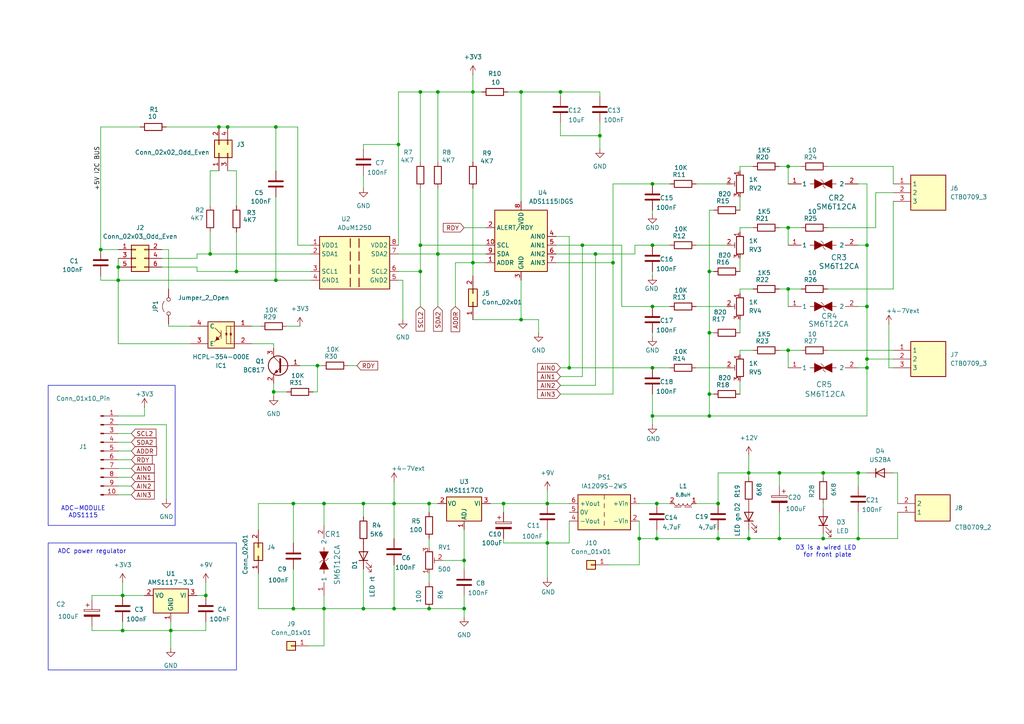
<source format=kicad_sch>
(kicad_sch (version 20250114) (generator "eeschema") (generator_version "9.0")
  (paper "A4")
  (title_block (title "4 Chan. ADC (1115) potential free /I2C") (date "2025-08-14") (rev "A1") (company "PIDI") (comment 1 "All iputs are adjustable with a range from 2 to 8 V") (comment 2 "With adjustable DC output for sensors (3 to 7 V ) 200mA.") (comment 3 "This module is a potential free ADC with over voltage protected inputs") (comment 4 "The ADC 1115 can be soldered as chip on board or as a 10 pin module"))
  (rectangle (start 13.97 111.76) (end 50.8 152.4))
  (rectangle (start 13.97 157.48) (end 68.58 194.31))
  (text "ADC-MODULE\nADS1115" (at 24.13 148.59 0) (effects (font (size 1.27 1.27))))
  (text "D3 is a wired LED \nfor front plate" (at 240.03 160.02 0) (effects (font (size 1.27 1.27))))
  (text "ADC power regulator" (at 26.67 160.02 0) (effects (font (size 1.27 1.27))))
  (junction (at 185.42 156.21))
  (junction (at 121.92 78.74))
  (junction (at 217.17 137.16))
  (junction (at 66.04 36.83))
  (junction (at 146.05 146.05))
  (junction (at 251.46 106.68))
  (junction (at 137.16 26.67))
  (junction (at 121.92 26.67))
  (junction (at 92.075 106.045))
  (junction (at 105.41 176.53))
  (junction (at 238.76 156.21))
  (junction (at 189.23 106.68))
  (junction (at 228.6 48.26))
  (junction (at 80.01 81.28))
  (junction (at 248.92 156.21))
  (junction (at 34.29 77.47))
  (junction (at 228.6 83.82))
  (junction (at 165.1 106.68))
  (junction (at 162.56 26.67))
  (junction (at 189.23 88.9))
  (junction (at 238.76 137.16))
  (junction (at 68.58 78.74))
  (junction (at 29.21 72.39))
  (junction (at 124.46 146.05))
  (junction (at 127 73.66))
  (junction (at 158.75 157.48))
  (junction (at 151.13 26.67))
  (junction (at 190.5 156.21))
  (junction (at 208.28 156.21))
  (junction (at 205.74 120.65))
  (junction (at 189.23 120.65))
  (junction (at 189.23 71.12))
  (junction (at 173.99 39.37))
  (junction (at 115.57 41.91))
  (junction (at 85.09 176.53))
  (junction (at 49.53 182.88))
  (junction (at 121.92 71.12))
  (junction (at 189.23 53.34))
  (junction (at 208.28 146.05))
  (junction (at 172.72 73.66))
  (junction (at 217.17 156.21))
  (junction (at 80.01 36.83))
  (junction (at 134.62 176.53))
  (junction (at 228.6 66.04))
  (junction (at 137.16 76.2))
  (junction (at 228.6 101.6))
  (junction (at 168.91 71.12))
  (junction (at 226.06 137.16))
  (junction (at 105.41 146.05))
  (junction (at 134.62 162.56))
  (junction (at 251.46 88.9))
  (junction (at 85.09 146.05))
  (junction (at 251.46 104.14))
  (junction (at 251.46 71.12))
  (junction (at 226.06 156.21))
  (junction (at 114.3 146.05))
  (junction (at 151.13 92.71))
  (junction (at 205.74 78.74))
  (junction (at 177.8 76.2))
  (junction (at 35.56 172.72))
  (junction (at 190.5 146.05))
  (junction (at 79.375 113.665))
  (junction (at 35.56 182.88))
  (junction (at 158.75 146.05))
  (junction (at 127 26.67))
  (junction (at 60.96 73.66))
  (junction (at 34.29 81.28))
  (junction (at 63.5 36.83))
  (junction (at 124.46 176.53))
  (junction (at 205.74 114.3))
  (junction (at 114.3 176.53))
  (junction (at 205.74 96.52))
  (junction (at 59.69 172.72))
  (junction (at 248.92 137.16))
  (junction (at 93.98 146.05))
  (junction (at 93.98 176.53))
  (wire (pts (xy 240.03 83.82) (xy 259.08 83.82)))
  (wire (pts (xy 79.375 113.665) (xy 83.185 113.665)))
  (wire (pts (xy 162.56 26.67) (xy 173.99 26.67)))
  (wire (pts (xy 124.46 146.05) (xy 127 146.05)))
  (wire (pts (xy 68.58 67.31) (xy 68.58 78.74)))
  (wire (pts (xy 176.53 163.83) (xy 185.42 163.83)))
  (wire (pts (xy 201.93 71.12) (xy 210.82 71.12)))
  (wire (pts (xy 189.23 88.9) (xy 194.31 88.9)))
  (wire (pts (xy 189.23 120.65) (xy 189.23 123.19)))
  (wire (pts (xy 49.53 182.88) (xy 35.56 182.88)))
  (wire (pts (xy 251.46 53.34) (xy 248.92 53.34)))
  (wire (pts (xy 105.41 43.18) (xy 105.41 41.91)))
  (wire (pts (xy 121.92 78.74) (xy 121.92 88.9)))
  (wire (pts (xy 60.96 73.66) (xy 90.17 73.66)))
  (wire (pts (xy 214.63 74.93) (xy 214.63 78.74)))
  (wire (pts (xy 214.63 83.82) (xy 214.63 85.09)))
  (wire (pts (xy 173.99 39.37) (xy 173.99 43.18)))
  (wire (pts (xy 201.93 106.68) (xy 210.82 106.68)))
  (wire (pts (xy 115.57 73.66) (xy 127 73.66)))
  (wire (pts (xy 151.13 26.67) (xy 162.56 26.67)))
  (wire (pts (xy 80.01 81.28) (xy 90.17 81.28)))
  (wire (pts (xy 251.46 88.9) (xy 251.46 104.14)))
  (wire (pts (xy 134.62 162.56) (xy 134.62 165.1)))
  (wire (pts (xy 185.42 163.83) (xy 185.42 156.21)))
  (wire (pts (xy 147.32 26.67) (xy 151.13 26.67)))
  (wire (pts (xy 59.69 168.91) (xy 59.69 172.72)))
  (wire (pts (xy 205.74 78.74) (xy 205.74 96.52)))
  (wire (pts (xy 158.75 157.48) (xy 158.75 167.64)))
  (wire (pts (xy 217.17 132.08) (xy 217.17 137.16)))
  (wire (pts (xy 79.375 111.125) (xy 79.375 113.665)))
  (wire (pts (xy 85.09 165.1) (xy 85.09 176.53)))
  (wire (pts (xy 121.92 26.67) (xy 127 26.67)))
  (wire (pts (xy 251.46 104.14) (xy 251.46 106.68)))
  (wire (pts (xy 185.42 151.13) (xy 185.42 156.21)))
  (wire (pts (xy 59.69 180.34) (xy 59.69 182.88)))
  (wire (pts (xy 210.82 88.9) (xy 201.93 88.9)))
  (wire (pts (xy 168.91 71.12) (xy 180.34 71.12)))
  (wire (pts (xy 127 26.67) (xy 127 46.99)))
  (wire (pts (xy 173.99 26.67) (xy 173.99 27.94)))
  (wire (pts (xy 57.15 78.74) (xy 57.15 77.47)))
  (wire (pts (xy 185.42 146.05) (xy 190.5 146.05)))
  (wire (pts (xy 228.6 88.9) (xy 228.6 83.82)))
  (wire (pts (xy 226.06 156.21) (xy 238.76 156.21)))
  (wire (pts (xy 127 54.61) (xy 127 73.66)))
  (wire (pts (xy 121.92 26.67) (xy 121.92 46.99)))
  (wire (pts (xy 57.15 73.66) (xy 60.96 73.66)))
  (wire (pts (xy 205.74 78.74) (xy 207.01 78.74)))
  (wire (pts (xy 205.74 114.3) (xy 207.01 114.3)))
  (wire (pts (xy 74.93 176.53) (xy 85.09 176.53)))
  (wire (pts (xy 214.63 48.26) (xy 214.63 49.53)))
  (wire (pts (xy 134.62 176.53) (xy 134.62 179.07)))
  (wire (pts (xy 124.46 156.21) (xy 124.46 158.75)))
  (wire (pts (xy 48.895 94.615) (xy 48.895 93.98)))
  (wire (pts (xy 161.29 68.58) (xy 165.1 68.58)))
  (wire (pts (xy 74.93 153.67) (xy 74.93 146.05)))
  (wire (pts (xy 190.5 156.21) (xy 190.5 153.67)))
  (wire (pts (xy 251.46 71.12) (xy 251.46 88.9)))
  (wire (pts (xy 201.93 53.34) (xy 210.82 53.34)))
  (wire (pts (xy 240.03 101.6) (xy 259.08 101.6)))
  (wire (pts (xy 137.16 54.61) (xy 137.16 76.2)))
  (wire (pts (xy 26.67 172.72) (xy 35.56 172.72)))
  (wire (pts (xy 228.6 83.82) (xy 232.41 83.82)))
  (wire (pts (xy 73.025 99.695) (xy 79.375 99.695)))
  (wire (pts (xy 214.63 66.04) (xy 214.63 67.31)))
  (wire (pts (xy 115.57 26.67) (xy 121.92 26.67)))
  (wire (pts (xy 90.805 113.665) (xy 92.075 113.665)))
  (wire (pts (xy 173.99 35.56) (xy 173.99 39.37)))
  (wire (pts (xy 34.29 81.28) (xy 80.01 81.28)))
  (wire (pts (xy 121.92 71.12) (xy 140.97 71.12)))
  (wire (pts (xy 92.075 106.045) (xy 92.075 113.665)))
  (wire (pts (xy 208.28 137.16) (xy 208.28 146.05)))
  (wire (pts (xy 251.46 106.68) (xy 248.92 106.68)))
  (wire (pts (xy 35.56 182.88) (xy 35.56 180.34)))
  (wire (pts (xy 29.21 80.01) (xy 29.21 81.28)))
  (wire (pts (xy 60.96 49.53) (xy 60.96 59.69)))
  (wire (pts (xy 105.41 146.05) (xy 105.41 149.86)))
  (wire (pts (xy 116.84 81.28) (xy 116.84 92.71)))
  (wire (pts (xy 217.17 137.16) (xy 226.06 137.16)))
  (wire (pts (xy 189.23 53.34) (xy 194.31 53.34)))
  (wire (pts (xy 142.24 146.05) (xy 146.05 146.05)))
  (wire (pts (xy 161.29 71.12) (xy 168.91 71.12)))
  (wire (pts (xy 240.03 66.04) (xy 254 66.04)))
  (wire (pts (xy 115.57 71.12) (xy 115.57 41.91)))
  (wire (pts (xy 124.46 166.37) (xy 124.46 168.91)))
  (wire (pts (xy 218.44 48.26) (xy 214.63 48.26)))
  (wire (pts (xy 73.025 94.615) (xy 75.565 94.615)))
  (wire (pts (xy 226.06 66.04) (xy 228.6 66.04)))
  (wire (pts (xy 146.05 146.05) (xy 158.75 146.05)))
  (wire (pts (xy 93.98 172.72) (xy 93.98 176.53)))
  (wire (pts (xy 218.44 66.04) (xy 214.63 66.04)))
  (wire (pts (xy 217.17 138.43) (xy 217.17 137.16)))
  (wire (pts (xy 238.76 156.21) (xy 248.92 156.21)))
  (wire (pts (xy 161.29 73.66) (xy 172.72 73.66)))
  (wire (pts (xy 114.3 176.53) (xy 124.46 176.53)))
  (wire (pts (xy 114.3 156.21) (xy 114.3 146.05)))
  (wire (pts (xy 34.29 143.51) (xy 38.1 143.51)))
  (wire (pts (xy 172.72 73.66) (xy 172.72 111.76)))
  (wire (pts (xy 217.17 137.16) (xy 208.28 137.16)))
  (wire (pts (xy 48.895 72.39) (xy 46.99 72.39)))
  (wire (pts (xy 34.29 99.695) (xy 34.29 81.28)))
  (wire (pts (xy 74.93 166.37) (xy 74.93 176.53)))
  (wire (pts (xy 63.5 36.83) (xy 66.04 36.83)))
  (wire (pts (xy 48.895 72.39) (xy 48.895 83.82)))
  (wire (pts (xy 214.63 110.49) (xy 214.63 114.3)))
  (wire (pts (xy 238.76 137.16) (xy 248.92 137.16)))
  (wire (pts (xy 214.63 92.71) (xy 214.63 96.52)))
  (wire (pts (xy 184.15 71.12) (xy 189.23 71.12)))
  (wire (pts (xy 165.1 68.58) (xy 165.1 106.68)))
  (wire (pts (xy 93.98 187.325) (xy 93.98 176.53)))
  (wire (pts (xy 26.67 182.88) (xy 35.56 182.88)))
  (wire (pts (xy 238.76 137.16) (xy 238.76 138.43)))
  (wire (pts (xy 66.04 49.53) (xy 68.58 49.53)))
  (wire (pts (xy 34.29 74.93) (xy 34.29 77.47)))
  (wire (pts (xy 189.23 71.12) (xy 194.31 71.12)))
  (wire (pts (xy 80.01 57.15) (xy 80.01 81.28)))
  (wire (pts (xy 226.06 48.26) (xy 228.6 48.26)))
  (wire (pts (xy 59.69 182.88) (xy 49.53 182.88)))
  (wire (pts (xy 208.28 153.67) (xy 208.28 156.21)))
  (wire (pts (xy 189.23 106.68) (xy 194.31 106.68)))
  (wire (pts (xy 137.16 76.2) (xy 140.97 76.2)))
  (wire (pts (xy 190.5 156.21) (xy 208.28 156.21)))
  (wire (pts (xy 208.28 146.05) (xy 201.93 146.05)))
  (wire (pts (xy 35.56 168.91) (xy 35.56 172.72)))
  (wire (pts (xy 218.44 83.82) (xy 214.63 83.82)))
  (wire (pts (xy 86.995 106.045) (xy 92.075 106.045)))
  (wire (pts (xy 57.15 73.66) (xy 57.15 74.93)))
  (wire (pts (xy 161.29 76.2) (xy 177.8 76.2)))
  (wire (pts (xy 226.06 101.6) (xy 228.6 101.6)))
  (wire (pts (xy 121.92 71.12) (xy 121.92 78.74)))
  (wire (pts (xy 205.74 120.65) (xy 205.74 114.3)))
  (wire (pts (xy 260.35 137.16) (xy 260.35 146.05)))
  (wire (pts (xy 35.56 172.72) (xy 41.91 172.72)))
  (wire (pts (xy 105.41 165.1) (xy 105.41 176.53)))
  (wire (pts (xy 68.58 78.74) (xy 90.17 78.74)))
  (wire (pts (xy 114.3 139.7) (xy 114.3 146.05)))
  (wire (pts (xy 66.04 36.83) (xy 80.01 36.83)))
  (wire (pts (xy 146.05 157.48) (xy 158.75 157.48)))
  (wire (pts (xy 226.06 137.16) (xy 226.06 140.97)))
  (wire (pts (xy 34.29 138.43) (xy 38.1 138.43)))
  (wire (pts (xy 146.05 146.05) (xy 146.05 148.59)))
  (wire (pts (xy 226.06 83.82) (xy 228.6 83.82)))
  (wire (pts (xy 34.29 135.89) (xy 38.1 135.89)))
  (wire (pts (xy 127 26.67) (xy 137.16 26.67)))
  (wire (pts (xy 34.29 120.65) (xy 41.91 120.65)))
  (wire (pts (xy 134.62 66.04) (xy 140.97 66.04)))
  (wire (pts (xy 134.62 153.67) (xy 134.62 162.56)))
  (wire (pts (xy 92.075 106.045) (xy 93.345 106.045)))
  (wire (pts (xy 226.06 137.16) (xy 238.76 137.16)))
  (wire (pts (xy 60.96 49.53) (xy 63.5 49.53)))
  (wire (pts (xy 189.23 120.65) (xy 205.74 120.65)))
  (wire (pts (xy 34.29 99.695) (xy 55.245 99.695)))
  (wire (pts (xy 60.96 67.31) (xy 60.96 73.66)))
  (wire (pts (xy 158.75 142.24) (xy 158.75 146.05)))
  (wire (pts (xy 228.6 66.04) (xy 228.6 71.12)))
  (wire (pts (xy 184.15 73.66) (xy 184.15 71.12)))
  (wire (pts (xy 124.46 146.05) (xy 124.46 148.59)))
  (wire (pts (xy 180.34 71.12) (xy 180.34 88.9)))
  (wire (pts (xy 162.56 106.68) (xy 165.1 106.68)))
  (wire (pts (xy 172.72 73.66) (xy 184.15 73.66)))
  (wire (pts (xy 86.36 71.12) (xy 90.17 71.12)))
  (wire (pts (xy 105.41 176.53) (xy 114.3 176.53)))
  (wire (pts (xy 251.46 104.14) (xy 259.08 104.14)))
  (wire (pts (xy 168.91 71.12) (xy 168.91 109.22)))
  (wire (pts (xy 34.29 77.47) (xy 34.29 81.28)))
  (wire (pts (xy 158.75 153.67) (xy 158.75 157.48)))
  (wire (pts (xy 177.8 76.2) (xy 177.8 114.3)))
  (wire (pts (xy 55.245 94.615) (xy 48.895 94.615)))
  (wire (pts (xy 226.06 148.59) (xy 226.06 156.21)))
  (wire (pts (xy 137.16 21.59) (xy 137.16 26.67)))
  (wire (pts (xy 34.29 125.73) (xy 38.1 125.73)))
  (wire (pts (xy 114.3 146.05) (xy 105.41 146.05)))
  (wire (pts (xy 146.05 156.21) (xy 146.05 157.48)))
  (wire (pts (xy 228.6 101.6) (xy 232.41 101.6)))
  (wire (pts (xy 114.3 146.05) (xy 124.46 146.05)))
  (wire (pts (xy 85.09 146.05) (xy 93.98 146.05)))
  (wire (pts (xy 248.92 137.16) (xy 251.46 137.16)))
  (wire (pts (xy 189.23 96.52) (xy 189.23 97.79)))
  (wire (pts (xy 251.46 120.65) (xy 251.46 106.68)))
  (wire (pts (xy 128.27 162.56) (xy 134.62 162.56)))
  (wire (pts (xy 248.92 156.21) (xy 260.35 156.21)))
  (wire (pts (xy 254 55.88) (xy 259.08 55.88)))
  (wire (pts (xy 57.15 78.74) (xy 68.58 78.74)))
  (wire (pts (xy 127 73.66) (xy 140.97 73.66)))
  (wire (pts (xy 217.17 156.21) (xy 217.17 153.67)))
  (wire (pts (xy 177.8 53.34) (xy 177.8 76.2)))
  (wire (pts (xy 41.91 118.11) (xy 41.91 120.65)))
  (wire (pts (xy 162.56 35.56) (xy 162.56 39.37)))
  (wire (pts (xy 218.44 101.6) (xy 214.63 101.6)))
  (wire (pts (xy 93.98 176.53) (xy 105.41 176.53)))
  (wire (pts (xy 48.26 36.83) (xy 63.5 36.83)))
  (wire (pts (xy 217.17 156.21) (xy 226.06 156.21)))
  (wire (pts (xy 180.34 88.9) (xy 189.23 88.9)))
  (wire (pts (xy 205.74 120.65) (xy 251.46 120.65)))
  (wire (pts (xy 259.08 48.26) (xy 259.08 53.34)))
  (wire (pts (xy 29.21 81.28) (xy 34.29 81.28)))
  (wire (pts (xy 259.08 106.68) (xy 257.81 106.68)))
  (wire (pts (xy 165.1 106.68) (xy 189.23 106.68)))
  (wire (pts (xy 185.42 156.21) (xy 190.5 156.21)))
  (wire (pts (xy 100.965 106.045) (xy 103.505 106.045)))
  (wire (pts (xy 34.29 130.81) (xy 38.1 130.81)))
  (wire (pts (xy 68.58 49.53) (xy 68.58 59.69)))
  (wire (pts (xy 238.76 146.05) (xy 238.76 147.32)))
  (wire (pts (xy 29.21 36.83) (xy 40.64 36.83)))
  (wire (pts (xy 248.92 71.12) (xy 251.46 71.12)))
  (wire (pts (xy 205.74 60.96) (xy 207.01 60.96)))
  (wire (pts (xy 214.63 57.15) (xy 214.63 60.96)))
  (wire (pts (xy 151.13 81.28) (xy 151.13 92.71)))
  (wire (pts (xy 80.01 49.53) (xy 80.01 36.83)))
  (wire (pts (xy 162.56 114.3) (xy 177.8 114.3)))
  (wire (pts (xy 205.74 60.96) (xy 205.74 78.74)))
  (wire (pts (xy 172.72 111.76) (xy 162.56 111.76)))
  (wire (pts (xy 85.09 176.53) (xy 93.98 176.53)))
  (wire (pts (xy 105.41 50.8) (xy 105.41 54.61)))
  (wire (pts (xy 228.6 48.26) (xy 232.41 48.26)))
  (wire (pts (xy 248.92 156.21) (xy 248.92 148.59)))
  (wire (pts (xy 74.93 146.05) (xy 85.09 146.05)))
  (wire (pts (xy 240.03 48.26) (xy 259.08 48.26)))
  (wire (pts (xy 158.75 146.05) (xy 165.1 146.05)))
  (wire (pts (xy 105.41 41.91) (xy 115.57 41.91)))
  (wire (pts (xy 156.21 96.52) (xy 156.21 92.71)))
  (wire (pts (xy 177.8 53.34) (xy 189.23 53.34)))
  (wire (pts (xy 162.56 26.67) (xy 162.56 27.94)))
  (wire (pts (xy 205.74 96.52) (xy 205.74 114.3)))
  (wire (pts (xy 57.15 172.72) (xy 59.69 172.72)))
  (wire (pts (xy 257.81 106.68) (xy 257.81 93.98)))
  (wire (pts (xy 124.46 176.53) (xy 134.62 176.53)))
  (wire (pts (xy 79.375 99.695) (xy 79.375 100.965)))
  (wire (pts (xy 189.23 60.96) (xy 189.23 62.23)))
  (wire (pts (xy 93.98 146.05) (xy 93.98 152.4)))
  (wire (pts (xy 86.36 36.83) (xy 86.36 71.12)))
  (wire (pts (xy 48.26 123.19) (xy 34.29 123.19)))
  (wire (pts (xy 228.6 66.04) (xy 232.41 66.04)))
  (wire (pts (xy 137.16 76.2) (xy 132.08 76.2)))
  (wire (pts (xy 228.6 101.6) (xy 228.6 106.68)))
  (wire (pts (xy 208.28 156.21) (xy 217.17 156.21)))
  (wire (pts (xy 189.23 78.74) (xy 189.23 80.01)))
  (wire (pts (xy 132.08 76.2) (xy 132.08 88.9)))
  (wire (pts (xy 57.15 74.93) (xy 46.99 74.93)))
  (wire (pts (xy 254 66.04) (xy 254 55.88)))
  (wire (pts (xy 85.09 146.05) (xy 85.09 157.48)))
  (wire (pts (xy 26.67 181.61) (xy 26.67 182.88)))
  (wire (pts (xy 190.5 146.05) (xy 194.31 146.05)))
  (wire (pts (xy 165.1 151.13) (xy 165.1 157.48)))
  (wire (pts (xy 83.185 94.615) (xy 86.995 94.615)))
  (wire (pts (xy 137.16 26.67) (xy 137.16 46.99)))
  (wire (pts (xy 115.57 41.91) (xy 115.57 26.67)))
  (wire (pts (xy 29.21 72.39) (xy 34.29 72.39)))
  (wire (pts (xy 116.84 81.28) (xy 115.57 81.28)))
  (wire (pts (xy 260.35 156.21) (xy 260.35 148.59)))
  (wire (pts (xy 34.29 133.35) (xy 38.1 133.35)))
  (wire (pts (xy 57.15 77.47) (xy 46.99 77.47)))
  (wire (pts (xy 34.29 140.97) (xy 38.1 140.97)))
  (wire (pts (xy 48.26 144.78) (xy 48.26 123.19)))
  (wire (pts (xy 115.57 78.74) (xy 121.92 78.74)))
  (wire (pts (xy 127 88.9) (xy 127 73.66)))
  (wire (pts (xy 29.21 72.39) (xy 29.21 36.83)))
  (wire (pts (xy 248.92 88.9) (xy 251.46 88.9)))
  (wire (pts (xy 205.74 96.52) (xy 207.01 96.52)))
  (wire (pts (xy 80.01 36.83) (xy 86.36 36.83)))
  (wire (pts (xy 79.375 113.665) (xy 79.375 114.935)))
  (wire (pts (xy 214.63 101.6) (xy 214.63 102.87)))
  (wire (pts (xy 105.41 146.05) (xy 93.98 146.05)))
  (wire (pts (xy 137.16 26.67) (xy 139.7 26.67)))
  (wire (pts (xy 228.6 48.26) (xy 228.6 53.34)))
  (wire (pts (xy 248.92 137.16) (xy 248.92 140.97)))
  (wire (pts (xy 162.56 109.22) (xy 168.91 109.22)))
  (wire (pts (xy 114.3 176.53) (xy 114.3 163.83)))
  (wire (pts (xy 151.13 92.71) (xy 156.21 92.71)))
  (wire (pts (xy 259.08 83.82) (xy 259.08 58.42)))
  (wire (pts (xy 162.56 39.37) (xy 173.99 39.37)))
  (wire (pts (xy 158.75 157.48) (xy 165.1 157.48)))
  (wire (pts (xy 134.62 172.72) (xy 134.62 176.53)))
  (wire (pts (xy 189.23 114.3) (xy 189.23 120.65)))
  (wire (pts (xy 49.53 182.88) (xy 49.53 187.96)))
  (wire (pts (xy 251.46 53.34) (xy 251.46 71.12)))
  (wire (pts (xy 137.16 76.2) (xy 137.16 80.01)))
  (wire (pts (xy 151.13 26.67) (xy 151.13 58.42)))
  (wire (pts (xy 34.29 128.27) (xy 38.1 128.27)))
  (wire (pts (xy 259.08 137.16) (xy 260.35 137.16)))
  (wire (pts (xy 49.53 180.34) (xy 49.53 182.88)))
  (wire (pts (xy 89.535 187.325) (xy 93.98 187.325)))
  (wire (pts (xy 26.67 173.99) (xy 26.67 172.72)))
  (wire (pts (xy 137.16 92.71) (xy 151.13 92.71)))
  (wire (pts (xy 121.92 54.61) (xy 121.92 71.12)))
  (wire (pts (xy 238.76 154.94) (xy 238.76 156.21)))
  (label "+5V I2C BUS" (at 29.21 55.245 90))
  (global_label "SCL2" (shape input) (at 38.1 125.73 0) (property "Intersheetrefs" "${INTERSHEET_REFS}" (effects (hide yes))))
  (global_label "RDY" (shape input) (at 103.505 106.045 0) (property "Intersheetrefs" "${INTERSHEET_REFS}" (effects (hide yes))))
  (global_label "AIN3" (shape input) (at 38.1 143.51 0) (property "Intersheetrefs" "${INTERSHEET_REFS}" (effects (hide yes))))
  (global_label "SDA2" (shape input) (at 38.1 128.27 0) (property "Intersheetrefs" "${INTERSHEET_REFS}" (effects (hide yes))))
  (global_label "AIN1" (shape input) (at 38.1 138.43 0) (property "Intersheetrefs" "${INTERSHEET_REFS}" (effects (hide yes))))
  (global_label "RDY" (shape input) (at 134.62 66.04 180) (property "Intersheetrefs" "${INTERSHEET_REFS}" (effects (hide yes))))
  (global_label "AIN0" (shape input) (at 38.1 135.89 0) (property "Intersheetrefs" "${INTERSHEET_REFS}" (effects (hide yes))))
  (global_label "AIN2" (shape input) (at 162.56 111.76 180) (property "Intersheetrefs" "${INTERSHEET_REFS}" (effects (hide yes))))
  (global_label "RDY" (shape input) (at 38.1 133.35 0) (property "Intersheetrefs" "${INTERSHEET_REFS}" (effects (hide yes))))
  (global_label "ADDR" (shape input) (at 38.1 130.81 0) (property "Intersheetrefs" "${INTERSHEET_REFS}" (effects (hide yes))))
  (global_label "AIN2" (shape input) (at 38.1 140.97 0) (property "Intersheetrefs" "${INTERSHEET_REFS}" (effects (hide yes))))
  (global_label "SDA2" (shape input) (at 127 88.9 270) (property "Intersheetrefs" "${INTERSHEET_REFS}" (effects (hide yes))))
  (global_label "AIN0" (shape input) (at 162.56 106.68 180) (property "Intersheetrefs" "${INTERSHEET_REFS}" (effects (hide yes))))
  (global_label "AIN1" (shape input) (at 162.56 109.22 180) (property "Intersheetrefs" "${INTERSHEET_REFS}" (effects (hide yes))))
  (global_label "SCL2" (shape input) (at 121.92 88.9 270) (property "Intersheetrefs" "${INTERSHEET_REFS}" (effects (hide yes))))
  (global_label "AIN3" (shape input) (at 162.56 114.3 180) (property "Intersheetrefs" "${INTERSHEET_REFS}" (effects (hide yes))))
  (global_label "ADDR" (shape input) (at 132.08 88.9 270) (property "Intersheetrefs" "${INTERSHEET_REFS}" (effects (hide yes))))
  (symbol (lib_id "My_Library:SM6T12CA") (at 238.76 53.34 0) (unit 1)
    (property "Reference" "CR2" (at 242.57 57.404 0) (effects (font (size 1.524 1.524))))
    (property "Value" "SM6T12CA" (at 242.57 59.944 0) (effects (font (size 1.524 1.524))))
    (property "Footprint" "MYlib_GLOBAL:SMB_STM" (effects (hide yes)))
    (property "Datasheet" "SM6T12CA" (effects (hide yes)))
    (property "Description" "TSV 600W  12V" (effects (hide yes)))
  )
  (symbol (lib_id "Regulator_Linear:AMS1117-3.3") (at 49.53 172.72 0) (mirror y) (unit 1)
    (property "Reference" "U1" (at 49.53 166.37 0))
    (property "Value" "AMS1117-3.3" (at 49.53 168.91 0))
    (property "Footprint" "Package_TO_SOT_SMD:SOT-223-3_TabPin2" (effects (hide yes)))
    (property "Datasheet" "http://www.advanced-monolithic.com/pdf/ds1117.pdf" (effects (hide yes)))
    (property "Description" "1A Low Dropout regulator, positive, 3.3V fixed output, SOT-223" (effects (hide yes)))
  )
  (symbol (lib_id "Device:C") (at 114.3 160.02 0) (mirror y) (unit 1)
    (property "Reference" "C6" (at 119.126 161.798 0) (effects (justify left)))
    (property "Value" "100nF" (at 120.65 164.592 0) (effects (justify left)))
    (property "Footprint" "Capacitor_SMD:C_0603_1608Metric" (effects (hide yes)))
    (property "Description" "Unpolarized capacitor" (effects (hide yes)))
  )
  (symbol (lib_id "power:GND") (at 49.53 187.96 0) (unit 1)
    (property "Reference" "#PWR04" (effects (hide yes)))
    (property "Value" "GND" (at 49.53 193.04 0))
    (property "Description" "Power symbol creates a global label with name \"GND\" , ground" (effects (hide yes)))
  )
  (symbol (lib_id "Device:R") (at 137.16 50.8 180) (unit 1)
    (property "Reference" "R9" (at 141.224 44.45 0))
    (property "Value" "4K7" (at 141.224 46.736 0))
    (property "Footprint" "Resistor_SMD:R_0603_1608Metric" (effects (hide yes)))
    (property "Description" "Resistor" (effects (hide yes)))
  )
  (symbol (lib_id "power:+9V") (at 158.75 142.24 0) (unit 1)
    (property "Reference" "#PWR012" (effects (hide yes)))
    (property "Value" "+9V" (at 158.75 137.16 0))
    (property "Description" "Power symbol creates a global label with name \"+9V\"" (effects (hide yes)))
  )
  (symbol (lib_id "Device:C") (at 29.21 76.2 0) (mirror y) (unit 1)
    (property "Reference" "C1" (at 22.86 75.692 0) (effects (justify left)))
    (property "Value" "100nF" (at 24.13 78.232 0) (effects (justify left)))
    (property "Footprint" "Capacitor_SMD:C_0603_1608Metric" (effects (hide yes)))
    (property "Description" "Unpolarized capacitor" (effects (hide yes)))
  )
  (symbol (lib_id "Device:R_Potentiometer_Trim") (at 214.63 71.12 0) (mirror y) (unit 1)
    (property "Reference" "RV3" (at 217.17 72.3901 0) (effects (justify right)))
    (property "Value" "1K" (at 217.17 69.8501 0) (effects (justify right)))
    (property "Footprint" "Potentiometer_THT:Potentiometer_Bourns_3296W_Vertical" (effects (hide yes)))
    (property "Description" "Trim-potentiometer" (effects (hide yes)))
  )
  (symbol (lib_id "Device:R") (at 143.51 26.67 270) (unit 1)
    (property "Reference" "R10" (at 143.51 21.336 90))
    (property "Value" "10" (at 143.764 23.876 90))
    (property "Footprint" "Resistor_SMD:R_0603_1608Metric" (effects (hide yes)))
    (property "Description" "Resistor" (effects (hide yes)))
  )
  (symbol (lib_id "Device:R_Potentiometer_Trim") (at 124.46 162.56 0) (mirror x) (unit 1)
    (property "Reference" "RV1" (at 130.81 158.75 0) (effects (justify right)))
    (property "Value" "500" (at 130.81 165.1 0) (effects (justify right)))
    (property "Footprint" "Potentiometer_SMD:Potentiometer_Bourns_3314G_Vertical" (effects (hide yes)))
    (property "Description" "Trim-potentiometer" (effects (hide yes)))
  )
  (symbol (lib_id "power:+5V") (at 257.81 93.98 0) (unit 1)
    (property "Reference" "#PWR021" (effects (hide yes)))
    (property "Value" "+4-7Vext" (at 261.874 90.17 0))
    (property "Description" "Power symbol creates a global label with name \"+5V\"" (effects (hide yes)))
  )
  (symbol (lib_id "Connector_Generic:Conn_01x01") (at 84.455 187.325 180) (unit 1)
    (property "Reference" "J9" (at 84.455 180.975 0))
    (property "Value" "Conn_01x01" (at 84.455 183.515 0))
    (property "Footprint" "Connector_PinHeader_2.54mm:PinHeader_1x01_P2.54mm_Vertical" (effects (hide yes)))
    (property "Description" "Generic connector, single row, 01x01, script generated (kicad-library-utils/schlib/autogen/connector/)" (effects (hide yes)))
  )
  (symbol (lib_id "Device:C") (at 158.75 149.86 0) (mirror y) (unit 1)
    (property "Reference" "C11" (at 156.718 152.4 0) (effects (justify left)))
    (property "Value" "100nF" (at 157.48 155.575 0) (effects (justify left)))
    (property "Footprint" "Capacitor_SMD:C_0603_1608Metric" (effects (hide yes)))
    (property "Description" "Unpolarized capacitor" (effects (hide yes)))
  )
  (symbol (lib_id "Device:R") (at 210.82 78.74 270) (unit 1)
    (property "Reference" "R16" (at 209.677 76.073 90))
    (property "Value" "820" (at 210.185 74.041 90))
    (property "Footprint" "Resistor_SMD:R_0603_1608Metric" (effects (hide yes)))
    (property "Description" "Resistor" (effects (hide yes)))
  )
  (symbol (lib_id "Device:C") (at 85.09 161.29 0) (mirror y) (unit 1)
    (property "Reference" "C9" (at 83.185 165.1 0) (effects (justify left)))
    (property "Value" "100nF" (at 83.82 168.275 0) (effects (justify left)))
    (property "Footprint" "Capacitor_SMD:C_0603_1608Metric" (effects (hide yes)))
    (property "Description" "Unpolarized capacitor" (effects (hide yes)))
  )
  (symbol (lib_id "Device:R") (at 222.25 48.26 270) (unit 1)
    (property "Reference" "R20" (at 221.107 45.593 90))
    (property "Value" "1K5" (at 221.615 43.561 90))
    (property "Footprint" "Resistor_SMD:R_0603_1608Metric" (effects (hide yes)))
    (property "Description" "Resistor" (effects (hide yes)))
  )
  (symbol (lib_id "Device:R") (at 127 50.8 180) (unit 1)
    (property "Reference" "R8" (at 129.54 44.196 0))
    (property "Value" "4K7" (at 130.048 46.482 0))
    (property "Footprint" "Resistor_SMD:R_0603_1608Metric" (effects (hide yes)))
    (property "Description" "Resistor" (effects (hide yes)))
  )
  (symbol (lib_id "Device:R_Potentiometer_Trim") (at 214.63 106.68 0) (mirror y) (unit 1)
    (property "Reference" "RV5" (at 217.17 107.9501 0) (effects (justify right)))
    (property "Value" "1K" (at 217.17 105.4101 0) (effects (justify right)))
    (property "Footprint" "Potentiometer_THT:Potentiometer_Bourns_3296W_Vertical" (effects (hide yes)))
    (property "Description" "Trim-potentiometer" (effects (hide yes)))
  )
  (symbol (lib_id "Connector:Conn_01x10_Pin") (at 29.21 130.81 0) (unit 1)
    (property "Reference" "J1" (at 24.13 129.54 0))
    (property "Value" "Conn_01x10_Pin" (at 24.13 115.57 0))
    (property "Footprint" "Connector_PinSocket_2.54mm:PinSocket_1x10_P2.54mm_Vertical" (effects (hide yes)))
    (property "Description" "Generic connector, single row, 01x10, script generated" (effects (hide yes)))
  )
  (symbol (lib_id "Device:R") (at 86.995 113.665 270) (unit 1)
    (property "Reference" "R31" (at 85.852 110.998 90))
    (property "Value" "10K" (at 86.36 108.966 90))
    (property "Footprint" "Resistor_SMD:R_0603_1608Metric" (effects (hide yes)))
    (property "Description" "Resistor" (effects (hide yes)))
  )
  (symbol (lib_id "Device:R_Potentiometer_Trim") (at 214.63 88.9 0) (mirror y) (unit 1)
    (property "Reference" "RV4" (at 217.17 90.1701 0) (effects (justify right)))
    (property "Value" "1K" (at 217.17 87.6301 0) (effects (justify right)))
    (property "Footprint" "Potentiometer_THT:Potentiometer_Bourns_3296W_Vertical" (effects (hide yes)))
    (property "Description" "Trim-potentiometer" (effects (hide yes)))
  )
  (symbol (lib_id "Diode:US2BA") (at 255.27 137.16 0) (mirror x) (unit 1)
    (property "Reference" "D4" (at 255.27 130.81 0))
    (property "Value" "US2BA" (at 255.27 133.35 0))
    (property "Footprint" "Diode_SMD:D_SMA" (effects (hide yes)))
    (property "Datasheet" "https://www.onsemi.com/pub/Collateral/US2AA-D.PDF" (effects (hide yes)))
    (property "Description" "100V, 1.5A, General Purpose Rectifier Diode, SMA(DO-214AC)" (effects (hide yes)))
    (property "Sim.Device" "D" (effects (hide yes)))
    (property "Sim.Pins" "1=K 2=A" (effects (hide yes)))
  )
  (symbol (lib_id "Device:R") (at 121.92 50.8 180) (unit 1)
    (property "Reference" "R7" (at 118.364 44.196 0))
    (property "Value" "4K7" (at 118.11 46.482 0))
    (property "Footprint" "Resistor_SMD:R_0603_1608Metric" (effects (hide yes)))
    (property "Description" "Resistor" (effects (hide yes)))
  )
  (symbol (lib_id "Connector_Generic:Conn_02x03_Odd_Even") (at 39.37 74.93 0) (unit 1)
    (property "Reference" "J2" (at 40.64 66.04 0))
    (property "Value" "Conn_02x03_Odd_Even" (at 40.64 68.58 0))
    (property "Footprint" "Connector_PinHeader_2.54mm:PinHeader_2x03_P2.54mm_Vertical" (effects (hide yes)))
    (property "Description" "Generic connector, double row, 02x03, odd/even pin numbering scheme (row 1 odd numbers, row 2 even numbers), script generated (kicad-library-utils/schlib/autogen/connector/)" (effects (hide yes)))
  )
  (symbol (lib_id "Device:C") (at 208.28 149.86 0) (mirror y) (unit 1)
    (property "Reference" "C19" (at 205.486 149.86 0) (effects (justify left)))
    (property "Value" "4,7uF" (at 208.026 152.908 0) (effects (justify left)))
    (property "Footprint" "Capacitor_SMD:C_0805_2012Metric" (effects (hide yes)))
    (property "Description" "Unpolarized capacitor" (effects (hide yes)))
  )
  (symbol (lib_id "Device:C") (at 162.56 31.75 0) (mirror y) (unit 1)
    (property "Reference" "C12" (at 168.656 32.004 0) (effects (justify left)))
    (property "Value" "10uF" (at 169.672 34.798 0) (effects (justify left)))
    (property "Footprint" "Capacitor_SMD:C_0805_2012Metric" (effects (hide yes)))
    (property "Description" "Unpolarized capacitor" (effects (hide yes)))
  )
  (symbol (lib_id "Connector_Generic:Conn_02x01") (at 137.16 87.63 90) (unit 1)
    (property "Reference" "J5" (at 139.7 85.0899 90) (effects (justify right)))
    (property "Value" "Conn_02x01" (at 139.7 87.6299 90) (effects (justify right)))
    (property "Footprint" "Connector_PinHeader_2.54mm:PinHeader_1x02_P2.54mm_Vertical" (effects (hide yes)))
    (property "Description" "Generic connector, double row, 02x01, this symbol is compatible with counter-clockwise, top-bottom and odd-even numbering schemes., script generated (kicad-library-utils/schlib/autogen/connector/)" (effects (hide yes)))
  )
  (symbol (lib_name "LED_1") (lib_id "Device:LED") (at 238.76 151.13 90) (unit 1)
    (property "Reference" "D3" (at 242.57 151.4474 90) (effects (justify right)))
    (property "Value" "LED" (at 242.57 153.9874 90) (effects (justify right)))
    (property "Footprint" "LED_THT:LED_D3.0mm" (effects (hide yes)))
    (property "Description" "Light emitting diode" (effects (hide yes)))
    (property "Sim.Pins" "1=K 2=A" (effects (hide yes)))
  )
  (symbol (lib_id "Device:C") (at 189.23 57.15 0) (mirror y) (unit 1)
    (property "Reference" "C15" (at 195.326 57.404 0) (effects (justify left)))
    (property "Value" "100nF" (at 196.342 60.198 0) (effects (justify left)))
    (property "Footprint" "Capacitor_SMD:C_0603_1608Metric" (effects (hide yes)))
    (property "Description" "Unpolarized capacitor" (effects (hide yes)))
  )
  (symbol (lib_id "Device:R") (at 44.45 36.83 270) (unit 1)
    (property "Reference" "R1" (at 44.704 31.75 90))
    (property "Value" "10" (at 44.196 33.782 90))
    (property "Footprint" "Resistor_SMD:R_0603_1608Metric" (effects (hide yes)))
    (property "Description" "Resistor" (effects (hide yes)))
  )
  (symbol (lib_id "power:GND") (at 189.23 123.19 0) (mirror y) (unit 1)
    (property "Reference" "#PWR019" (effects (hide yes)))
    (property "Value" "GND" (at 189.4599 127.274 0))
    (property "Description" "Power symbol creates a global label with name \"GND\" , ground" (effects (hide yes)))
  )
  (symbol (lib_id "Device:R") (at 236.22 48.26 270) (unit 1)
    (property "Reference" "R24" (at 235.077 45.593 90))
    (property "Value" "10" (at 235.585 43.561 90))
    (property "Footprint" "Resistor_SMD:R_0603_1608Metric" (effects (hide yes)))
    (property "Description" "Resistor" (effects (hide yes)))
  )
  (symbol (lib_id "My_Library:CTB0709_2") (at 260.35 148.59 0) (mirror x) (unit 1)
    (property "Reference" "J8" (at 276.86 147.3201 0) (effects (justify left)))
    (property "Value" "CTB0709_2" (at 276.86 153.67 0) (effects (justify left top)))
    (property "Footprint" "MYlib_GLOBAL:CTB07092" (effects (hide yes)))
    (property "Datasheet" "https://www.camdenboss.com/products/datasheet/CTB0709_series_D.pdf" (effects (hide yes)))
    (property "Description" "TERMINAL BLOCK, WIRE TO BRD, 2POS, 12AWG" (effects (hide yes)))
    (property "Height" "18" (effects (hide yes)))
    (property "Manufacturer_Name" "CamdenBoss Ltd" (effects (hide yes)))
    (property "Manufacturer_Part_Number" "CTB0709/2" (effects (hide yes)))
  )
  (symbol (lib_id "Device:R") (at 222.25 101.6 270) (unit 1)
    (property "Reference" "R23" (at 221.107 98.933 90))
    (property "Value" "1K5" (at 221.615 96.901 90))
    (property "Footprint" "Resistor_SMD:R_0603_1608Metric" (effects (hide yes)))
    (property "Description" "Resistor" (effects (hide yes)))
  )
  (symbol (lib_id "Device:R") (at 210.82 60.96 270) (unit 1)
    (property "Reference" "R15" (at 209.677 58.293 90))
    (property "Value" "820" (at 210.185 56.261 90))
    (property "Footprint" "Resistor_SMD:R_0603_1608Metric" (effects (hide yes)))
    (property "Description" "Resistor" (effects (hide yes)))
  )
  (symbol (lib_id "My_Library:SM6T12CA") (at 238.76 88.9 0) (unit 1)
    (property "Reference" "CR4" (at 240.538 91.694 0) (effects (font (size 1.524 1.524))))
    (property "Value" "SM6T12CA" (at 240.284 93.98 0) (effects (font (size 1.524 1.524))))
    (property "Footprint" "MYlib_GLOBAL:SMB_STM" (effects (hide yes)))
    (property "Datasheet" "SM6T12CA" (effects (hide yes)))
    (property "Description" "TSV 600W  12V" (effects (hide yes)))
  )
  (symbol (lib_id "Connector_Generic:Conn_02x01") (at 74.93 161.29 90) (unit 1)
    (property "Reference" "J4" (at 77.47 158.7499 90) (effects (justify right)))
    (property "Value" "Conn_02x01" (at 71.12 154.94 0) (effects (justify right)))
    (property "Footprint" "Connector_PinHeader_2.54mm:PinHeader_1x02_P2.54mm_Vertical" (effects (hide yes)))
    (property "Description" "Generic connector, double row, 02x01, this symbol is compatible with counter-clockwise, top-bottom and odd-even numbering schemes., script generated (kicad-library-utils/schlib/autogen/connector/)" (effects (hide yes)))
  )
  (symbol (lib_id "Connector_Generic:Conn_02x02_Odd_Even") (at 63.5 44.45 90) (unit 1)
    (property "Reference" "J3" (at 68.58 41.9099 90) (effects (justify right)))
    (property "Value" "Conn_02x02_Odd_Even" (at 39.116 44.196 90) (effects (justify right)))
    (property "Footprint" "Connector_PinHeader_2.54mm:PinHeader_2x02_P2.54mm_Vertical" (effects (hide yes)))
    (property "Description" "Generic connector, double row, 02x02, odd/even pin numbering scheme (row 1 odd numbers, row 2 even numbers), script generated (kicad-library-utils/schlib/autogen/connector/)" (effects (hide yes)))
  )
  (symbol (lib_id "power:GND") (at 173.99 43.18 0) (mirror y) (unit 1)
    (property "Reference" "#PWR015" (effects (hide yes)))
    (property "Value" "GND" (at 173.99 48.26 0))
    (property "Description" "Power symbol creates a global label with name \"GND\" , ground" (effects (hide yes)))
  )
  (symbol (lib_id "Device:R") (at 222.25 66.04 270) (unit 1)
    (property "Reference" "R21" (at 221.107 63.373 90))
    (property "Value" "1K5" (at 221.615 61.341 90))
    (property "Footprint" "Resistor_SMD:R_0603_1608Metric" (effects (hide yes)))
    (property "Description" "Resistor" (effects (hide yes)))
  )
  (symbol (lib_id "Device:C") (at 105.41 46.99 0) (mirror y) (unit 1)
    (property "Reference" "C7" (at 111.506 47.244 0) (effects (justify left)))
    (property "Value" "100nF" (at 112.522 50.038 0) (effects (justify left)))
    (property "Footprint" "Capacitor_SMD:C_0603_1608Metric" (effects (hide yes)))
    (property "Description" "Unpolarized capacitor" (effects (hide yes)))
  )
  (symbol (lib_id "Device:C_Polarized") (at 26.67 177.8 0) (unit 1)
    (property "Reference" "C2" (at 16.256 175.26 0) (effects (justify left)))
    (property "Value" "100uF" (at 16.764 178.816 0) (effects (justify left)))
    (property "Footprint" "Capacitor_Tantalum_SMD:CP_EIA-3528-21_Kemet-B" (effects (hide yes)))
    (property "Description" "Polarized capacitor" (effects (hide yes)))
  )
  (symbol (lib_id "power:GND") (at 158.75 167.64 0) (mirror y) (unit 1)
    (property "Reference" "#PWR014" (effects (hide yes)))
    (property "Value" "GND" (at 158.9799 171.724 0))
    (property "Description" "Power symbol creates a global label with name \"GND\" , ground" (effects (hide yes)))
  )
  (symbol (lib_id "Device:R") (at 236.22 101.6 270) (unit 1)
    (property "Reference" "R27" (at 235.077 98.933 90))
    (property "Value" "10" (at 235.585 96.901 90))
    (property "Footprint" "Resistor_SMD:R_0603_1608Metric" (effects (hide yes)))
    (property "Description" "Resistor" (effects (hide yes)))
  )
  (symbol (lib_id "Device:R") (at 105.41 153.67 180) (unit 1)
    (property "Reference" "R4" (at 109.22 152.4 0))
    (property "Value" "5K6" (at 109.22 154.94 0))
    (property "Footprint" "Resistor_SMD:R_0603_1608Metric" (effects (hide yes)))
    (property "Description" "Resistor" (effects (hide yes)))
  )
  (symbol (lib_name "LED_2") (lib_id "Device:LED") (at 105.41 161.29 90) (unit 1)
    (property "Reference" "D1" (at 102.87 163.83 0))
    (property "Value" "LED rt" (at 107.95 170.18 0))
    (property "Footprint" "LED_SMD:LED_0603_1608Metric" (effects (hide yes)))
    (property "Description" "Light emitting diode" (effects (hide yes)))
    (property "Sim.Pins" "1=K 2=A" (effects (hide yes)))
  )
  (symbol (lib_id "Device:R") (at 124.46 152.4 0) (unit 1)
    (property "Reference" "R5" (at 120.65 151.13 0))
    (property "Value" "100" (at 120.65 153.67 0))
    (property "Footprint" "Resistor_SMD:R_0603_1608Metric" (effects (hide yes)))
    (property "Description" "Resistor" (effects (hide yes)))
  )
  (symbol (lib_id "Device:R") (at 198.12 53.34 270) (unit 1)
    (property "Reference" "R11" (at 196.977 50.673 90))
    (property "Value" "10K" (at 197.485 48.641 90))
    (property "Footprint" "Resistor_SMD:R_0603_1608Metric" (effects (hide yes)))
    (property "Description" "Resistor" (effects (hide yes)))
  )
  (symbol (lib_id "power:+3V3") (at 35.56 168.91 0) (unit 1)
    (property "Reference" "#PWR01" (effects (hide yes)))
    (property "Value" "+3V3" (at 35.56 163.83 0))
    (property "Description" "Power symbol creates a global label with name \"+3V3\"" (effects (hide yes)))
  )
  (symbol (lib_id "Device:R") (at 217.17 142.24 180) (unit 1)
    (property "Reference" "R19" (at 213.868 142.494 90))
    (property "Value" "6K8" (at 220.218 141.986 90))
    (property "Footprint" "Resistor_SMD:R_0603_1608Metric" (effects (hide yes)))
    (property "Description" "Resistor" (effects (hide yes)))
  )
  (symbol (lib_id "Regulator_Linear:AMS1117CD") (at 134.62 146.05 0) (mirror y) (unit 1)
    (property "Reference" "U3" (at 134.62 139.7 0))
    (property "Value" "AMS1117CD" (at 134.62 142.24 0))
    (property "Footprint" "Package_TO_SOT_SMD:SOT-223-3_TabPin2" (effects (hide yes)))
    (property "Datasheet" "http://www.advanced-monolithic.com/pdf/ds1117.pdf" (effects (hide yes)))
    (property "Description" "1A Low Dropout regulator, positive, adjustable output, TO-252" (effects (hide yes)))
  )
  (symbol (lib_id "Device:C") (at 173.99 31.75 0) (mirror y) (unit 1)
    (property "Reference" "C13" (at 180.086 32.004 0) (effects (justify left)))
    (property "Value" "100nF" (at 181.102 34.798 0) (effects (justify left)))
    (property "Footprint" "Capacitor_SMD:C_0603_1608Metric" (effects (hide yes)))
    (property "Description" "Unpolarized capacitor" (effects (hide yes)))
  )
  (symbol (lib_id "Transistor_BJT:BC817") (at 81.915 106.045 0) (mirror y) (unit 1)
    (property "Reference" "Q1" (at 76.835 104.7749 0) (effects (justify left)))
    (property "Value" "BC817" (at 76.835 107.3149 0) (effects (justify left)))
    (property "Footprint" "Package_TO_SOT_SMD:SOT-23" (effects (hide yes)))
    (property "Datasheet" "https://www.onsemi.com/pub/Collateral/BC818-D.pdf" (effects (hide yes)))
    (property "Description" "0.8A Ic, 45V Vce, NPN Transistor, SOT-23" (effects (hide yes)))
  )
  (symbol (lib_id "power:GND") (at 105.41 54.61 0) (mirror y) (unit 1)
    (property "Reference" "#PWR08" (effects (hide yes)))
    (property "Value" "GND" (at 105.41 59.69 0))
    (property "Description" "Power symbol creates a global label with name \"GND\" , ground" (effects (hide yes)))
  )
  (symbol (lib_id "Device:R") (at 198.12 88.9 270) (unit 1)
    (property "Reference" "R13" (at 196.977 86.233 90))
    (property "Value" "10K" (at 197.485 84.201 90))
    (property "Footprint" "Resistor_SMD:R_0603_1608Metric" (effects (hide yes)))
    (property "Description" "Resistor" (effects (hide yes)))
  )
  (symbol (lib_id "power:GND") (at 189.23 97.79 0) (mirror y) (unit 1)
    (property "Reference" "#PWR018" (effects (hide yes)))
    (property "Value" "GND" (at 189.23 101.6 0))
    (property "Description" "Power symbol creates a global label with name \"GND\" , ground" (effects (hide yes)))
  )
  (symbol (lib_id "Device:C") (at 189.23 74.93 0) (mirror y) (unit 1)
    (property "Reference" "C16" (at 195.326 75.184 0) (effects (justify left)))
    (property "Value" "100nF" (at 196.342 77.978 0) (effects (justify left)))
    (property "Footprint" "Capacitor_SMD:C_0603_1608Metric" (effects (hide yes)))
    (property "Description" "Unpolarized capacitor" (effects (hide yes)))
  )
  (symbol (lib_id "Device:C") (at 189.23 92.71 0) (mirror y) (unit 1)
    (property "Reference" "C17" (at 195.326 92.964 0) (effects (justify left)))
    (property "Value" "100nF" (at 196.342 95.758 0) (effects (justify left)))
    (property "Footprint" "Capacitor_SMD:C_0603_1608Metric" (effects (hide yes)))
    (property "Description" "Unpolarized capacitor" (effects (hide yes)))
  )
  (symbol (lib_id "Analog_ADC:ADS1115IDGS") (at 151.13 71.12 0) (mirror y) (unit 1)
    (property "Reference" "U4" (at 158.75 55.88 0) (effects (justify left)))
    (property "Value" "ADS1115IDGS" (at 166.37 58.42 0) (effects (justify left)))
    (property "Footprint" "Package_SO:TSSOP-10_3x3mm_P0.5mm" (effects (hide yes)))
    (property "Datasheet" "http://www.ti.com/lit/ds/symlink/ads1113.pdf" (effects (hide yes)))
    (property "Description" "Ultra-Small, Low-Power, I2C-Compatible, 860-SPS, 16-Bit ADCs With Internal Reference, Oscillator, and Programmable Comparator, VSSOP-10" (effects (hide yes)))
  )
  (symbol (lib_id "Device:C") (at 59.69 176.53 0) (mirror y) (unit 1)
    (property "Reference" "C4" (at 65.786 176.784 0) (effects (justify left)))
    (property "Value" "100nF" (at 66.802 179.578 0) (effects (justify left)))
    (property "Footprint" "Capacitor_SMD:C_0603_1608Metric" (effects (hide yes)))
    (property "Description" "Unpolarized capacitor" (effects (hide yes)))
  )
  (symbol (lib_id "power:+3V3") (at 137.16 21.59 0) (unit 1)
    (property "Reference" "#PWR011" (effects (hide yes)))
    (property "Value" "+3V3" (at 137.16 16.51 0))
    (property "Description" "Power symbol creates a global label with name \"+3V3\"" (effects (hide yes)))
  )
  (symbol (lib_id "Connector_Generic:Conn_01x01") (at 171.45 163.83 180) (unit 1)
    (property "Reference" "J10" (at 171.45 157.48 0))
    (property "Value" "Conn_01x01" (at 171.45 160.02 0))
    (property "Footprint" "Connector_PinHeader_2.54mm:PinHeader_1x01_P2.54mm_Vertical" (effects (hide yes)))
    (property "Description" "Generic connector, single row, 01x01, script generated (kicad-library-utils/schlib/autogen/connector/)" (effects (hide yes)))
  )
  (symbol (lib_id "power:GND") (at 48.26 144.78 0) (mirror y) (unit 1)
    (property "Reference" "#PWR03" (effects (hide yes)))
    (property "Value" "GND" (at 48.26 149.86 0))
    (property "Description" "Power symbol creates a global label with name \"GND\" , ground" (effects (hide yes)))
  )
  (symbol (lib_id "Converter_DCDC:IA1209S") (at 175.26 148.59 0) (mirror y) (unit 1)
    (property "Reference" "PS1" (at 175.26 138.43 0))
    (property "Value" "IA1209S-2WS" (at 175.26 140.97 0))
    (property "Footprint" "Converter_DCDC:Converter_DCDC_XP_POWER-IAxxxxS_THT" (effects (hide yes)))
    (property "Datasheet" "https://www.xppower.com/pdfs/SF_IA.pdf" (effects (hide yes)))
    (property "Description" "XP Power 1W, 1000 VDC Isolated DC/DC Converter Module, Dual Output Voltage ±9V, ±55mA, 12V Input Voltage, SIP" (effects (hide yes)))
  )
  (symbol (lib_id "Device:C") (at 190.5 149.86 0) (mirror y) (unit 1)
    (property "Reference" "C14" (at 196.596 150.114 0) (effects (justify left)))
    (property "Value" "4,7uF" (at 197.612 152.908 0) (effects (justify left)))
    (property "Footprint" "Capacitor_SMD:C_0805_2012Metric" (effects (hide yes)))
    (property "Description" "Unpolarized capacitor" (effects (hide yes)))
  )
  (symbol (lib_name "CTB0709_3_1") (lib_id "My_Library:CTB0709_3") (at 259.08 53.34 0) (unit 1)
    (property "Reference" "J6" (at 275.59 54.6099 0) (effects (justify left)))
    (property "Value" "CTB0709_3" (at 275.59 57.1499 0) (effects (justify left)))
    (property "Footprint" "MYlib_GLOBAL:CTB07093" (effects (hide yes)))
    (property "Datasheet" "https://www.camdenboss.com/products/datasheet/CTB0709_series_D.pdf" (effects (hide yes)))
    (property "Description" "TERMINAL BLOCK, WIRE TO BRD, 3POS, 12AWG" (effects (hide yes)))
    (property "Height" "18" (effects (hide yes)))
    (property "Manufacturer_Name" "CamdenBoss Ltd" (effects (hide yes)))
    (property "Manufacturer_Part_Number" "CTB0709/3" (effects (hide yes)))
    (property "Arrow Part Number" " " (effects (hide yes)))
    (property "Arrow Price/Stock" " " (effects (hide yes)))
  )
  (symbol (lib_id "Device:C") (at 80.01 53.34 0) (mirror y) (unit 1)
    (property "Reference" "C5" (at 76.454 55.88 0) (effects (justify left)))
    (property "Value" "100nF" (at 78.74 58.42 0) (effects (justify left)))
    (property "Footprint" "Capacitor_SMD:C_0603_1608Metric" (effects (hide yes)))
    (property "Description" "Unpolarized capacitor" (effects (hide yes)))
  )
  (symbol (lib_id "My_Library:SM6T12CA") (at 93.98 162.56 90) (unit 1)
    (property "Reference" "CR1" (at 96.52 154.94 90) (effects (font (size 1.524 1.524))))
    (property "Value" "SM6T12CA" (at 97.79 163.83 0) (effects (font (size 1.524 1.524))))
    (property "Footprint" "MYlib_GLOBAL:SMB_STM" (effects (hide yes)))
    (property "Datasheet" "SM6T12CA" (effects (hide yes)))
    (property "Description" "TSV 600W  12V" (effects (hide yes)))
  )
  (symbol (lib_id "power:GND") (at 79.375 114.935 0) (unit 1)
    (property "Reference" "#PWR023" (effects (hide yes)))
    (property "Value" "GND" (at 79.375 120.015 0))
    (property "Description" "Power symbol creates a global label with name \"GND\" , ground" (effects (hide yes)))
  )
  (symbol (lib_id "Device:C") (at 35.56 176.53 0) (mirror y) (unit 1)
    (property "Reference" "C3" (at 41.656 176.784 0) (effects (justify left)))
    (property "Value" "100nF" (at 42.672 179.578 0) (effects (justify left)))
    (property "Footprint" "Capacitor_SMD:C_0603_1608Metric" (effects (hide yes)))
    (property "Description" "Unpolarized capacitor" (effects (hide yes)))
  )
  (symbol (lib_name "Jumper_2_Open_1") (lib_id "Jumper:Jumper_2_Open") (at 48.895 88.9 90) (unit 1) (exclude_from_sim yes)
    (property "Reference" "JP1" (at 45.085 88.9 0))
    (property "Value" "Jumper_2_Open" (at 59.055 86.36 90))
    (property "Footprint" "Jumper:SolderJumper-2_P1.3mm_Open_Pad1.0x1.5mm" (effects (hide yes)))
    (property "Description" "Jumper, 2-pole, open" (effects (hide yes)))
  )
  (symbol (lib_id "power:+5V") (at 114.3 139.7 0) (unit 1)
    (property "Reference" "#PWR06" (effects (hide yes)))
    (property "Value" "+4-7Vext" (at 118.364 135.89 0))
    (property "Description" "Power symbol creates a global label with name \"+5V\"" (effects (hide yes)))
  )
  (symbol (lib_id "Device:C") (at 189.23 110.49 0) (mirror y) (unit 1)
    (property "Reference" "C18" (at 195.326 110.744 0) (effects (justify left)))
    (property "Value" "100nF" (at 196.342 113.538 0) (effects (justify left)))
    (property "Footprint" "Capacitor_SMD:C_0603_1608Metric" (effects (hide yes)))
    (property "Description" "Unpolarized capacitor" (effects (hide yes)))
  )
  (symbol (lib_id "My_Library:SM6T12CA") (at 238.76 71.12 0) (unit 1)
    (property "Reference" "CR3" (at 243.332 74.676 0) (effects (font (size 1.524 1.524))))
    (property "Value" "SM6T12CA" (at 243.332 77.216 0) (effects (font (size 1.524 1.524))))
    (property "Footprint" "MYlib_GLOBAL:SMB_STM" (effects (hide yes)))
    (property "Datasheet" "SM6T12CA" (effects (hide yes)))
    (property "Description" "TSV 600W  12V" (effects (hide yes)))
  )
  (symbol (lib_id "Device:R") (at 124.46 172.72 0) (unit 1)
    (property "Reference" "R6" (at 127.762 172.466 90))
    (property "Value" "100" (at 121.412 172.974 90))
    (property "Footprint" "Resistor_SMD:R_0603_1608Metric" (effects (hide yes)))
    (property "Description" "Resistor" (effects (hide yes)))
  )
  (symbol (lib_id "My_Library:WE-GF_SMT_6,8uH") (at 198.12 146.05 180) (unit 1)
    (property "Reference" "L1" (at 198.12 140.97 0))
    (property "Value" "6,8uH" (at 198.12 143.51 0) (effects (font (size 1 1))))
    (property "Footprint" "Inductor_SMD_Wurth:L_Wurth_WE-GF-3225" (effects (hide yes)))
    (property "Datasheet" "https://www.we-online.com/components/products/datasheet/74476406.pdf" (effects (hide yes)))
    (property "Description" "WE-GF SMT Wire Wound Inductor" (effects (hide yes)))
    (property "Height" "2.1" (effects (hide yes)))
    (property "Manufacturer_Name" "Würth" (effects (hide yes)))
    (property "Manufacturer_Part_Number" "74476406" (effects (hide yes)))
    (property "Manufacturer" "Wurth Elektronik" (effects (hide yes)))
    (property "Manufacturer URL" "https://www.we-online.com" (effects (hide yes)))
    (property "Published Date" "20250318" (effects (hide yes)))
    (property "Match Code" "WE-GF" (effects (hide yes)))
    (property "Part Number" "74476406" (effects (hide yes)))
    (property "Size" "3225" (effects (hide yes)))
    (property "Mounting Technology" "SMT" (effects (hide yes)))
    (property "L (µH)" "6,8" (effects (hide yes)))
    (property "IR (mA)" "280" (effects (hide yes)))
    (property "RDC max. (Ω)" "0.32" (effects (hide yes)))
    (property "Q (%)" "7,96" (effects (hide yes)))
    (property "fres (MHz)" "38" (effects (hide yes)))
    (property "Critical Parameter" "6,8 µH" (effects (hide yes)))
  )
  (symbol (lib_id "Device:R") (at 68.58 63.5 180) (unit 1)
    (property "Reference" "R3" (at 72.898 61.722 0))
    (property "Value" "4K7" (at 72.39 63.754 0))
    (property "Footprint" "Resistor_SMD:R_0603_1608Metric" (effects (hide yes)))
    (property "Description" "Resistor" (effects (hide yes)))
  )
  (symbol (lib_id "Device:R") (at 222.25 83.82 270) (unit 1)
    (property "Reference" "R22" (at 221.107 81.153 90))
    (property "Value" "1K5" (at 221.615 79.121 90))
    (property "Footprint" "Resistor_SMD:R_0603_1608Metric" (effects (hide yes)))
    (property "Description" "Resistor" (effects (hide yes)))
  )
  (symbol (lib_id "Device:C") (at 134.62 168.91 0) (mirror y) (unit 1)
    (property "Reference" "C8" (at 140.716 169.164 0) (effects (justify left)))
    (property "Value" "100nF" (at 141.732 171.958 0) (effects (justify left)))
    (property "Footprint" "Capacitor_SMD:C_0603_1608Metric" (effects (hide yes)))
    (property "Description" "Unpolarized capacitor" (effects (hide yes)))
  )
  (symbol (lib_id "Device:LED") (at 217.17 149.86 90) (unit 1)
    (property "Reference" "D2" (at 213.868 147.066 0))
    (property "Value" "LED gn" (at 213.868 152.146 0))
    (property "Footprint" "LED_SMD:LED_0603_1608Metric" (effects (hide yes)))
    (property "Description" "Light emitting diode" (effects (hide yes)))
    (property "Sim.Pins" "1=K 2=A" (effects (hide yes)))
  )
  (symbol (lib_id "Device:R") (at 236.22 66.04 270) (unit 1)
    (property "Reference" "R25" (at 235.077 63.373 90))
    (property "Value" "10" (at 235.585 61.341 90))
    (property "Footprint" "Resistor_SMD:R_0603_1608Metric" (effects (hide yes)))
    (property "Description" "Resistor" (effects (hide yes)))
  )
  (symbol (lib_id "power:GND") (at 189.23 62.23 0) (mirror y) (unit 1)
    (property "Reference" "#PWR016" (effects (hide yes)))
    (property "Value" "GND" (at 189.23 66.04 0))
    (property "Description" "Power symbol creates a global label with name \"GND\" , ground" (effects (hide yes)))
  )
  (symbol (lib_id "Device:C_Polarized") (at 226.06 144.78 0) (mirror y) (unit 1)
    (property "Reference" "C20" (at 232.41 144.272 0) (effects (justify left)))
    (property "Value" "100uF" (at 233.934 147.574 0) (effects (justify left)))
    (property "Footprint" "Capacitor_SMD:CP_Elec_8x10.5" (effects (hide yes)))
    (property "Description" "Polarized capacitor" (effects (hide yes)))
  )
  (symbol (lib_id "Device:C") (at 248.92 144.78 0) (mirror y) (unit 1)
    (property "Reference" "C21" (at 255.016 145.034 0) (effects (justify left)))
    (property "Value" "100nF" (at 256.032 147.828 0) (effects (justify left)))
    (property "Footprint" "Capacitor_SMD:C_0603_1608Metric" (effects (hide yes)))
    (property "Description" "Unpolarized capacitor" (effects (hide yes)))
  )
  (symbol (lib_id "power:+12V") (at 59.69 168.91 0) (unit 1)
    (property "Reference" "#PWR05" (effects (hide yes)))
    (property "Value" "+9V" (at 59.69 163.83 0))
    (property "Description" "Power symbol creates a global label with name \"+12V\"" (effects (hide yes)))
  )
  (symbol (lib_id "power:+12V") (at 217.17 132.08 0) (unit 1)
    (property "Reference" "#PWR020" (effects (hide yes)))
    (property "Value" "+12V" (at 217.17 127 0))
    (property "Description" "Power symbol creates a global label with name \"+12V\"" (effects (hide yes)))
  )
  (symbol (lib_id "Device:R") (at 198.12 106.68 270) (unit 1)
    (property "Reference" "R14" (at 196.977 104.013 90))
    (property "Value" "10K" (at 197.485 101.981 90))
    (property "Footprint" "Resistor_SMD:R_0603_1608Metric" (effects (hide yes)))
    (property "Description" "Resistor" (effects (hide yes)))
  )
  (symbol (lib_id "Device:R") (at 60.96 63.5 180) (unit 1)
    (property "Reference" "R2" (at 57.912 60.96 0))
    (property "Value" "4K7" (at 57.15 63.246 0))
    (property "Footprint" "Resistor_SMD:R_0603_1608Metric" (effects (hide yes)))
    (property "Description" "Resistor" (effects (hide yes)))
  )
  (symbol (lib_id "Isolator:ADuM1250") (at 102.87 76.2 0) (unit 1)
    (property "Reference" "U2" (at 100.33 63.5 0))
    (property "Value" "ADuM1250" (at 102.87 66.04 0))
    (property "Footprint" "Package_SO:SOIC-8_3.9x4.9mm_P1.27mm" (effects (hide yes)))
    (property "Datasheet" "https://www.analog.com/media/en/technical-documentation/data-sheets/ADuM1250_1251.pdf" (effects (hide yes)))
    (property "Description" "Dual-channel I2C digital isolator, Bidirectional communication, 3V/5V level translation, SOIC-8" (effects (hide yes)))
  )
  (symbol (lib_id "Device:R") (at 236.22 83.82 270) (unit 1)
    (property "Reference" "R26" (at 235.077 81.153 90))
    (property "Value" "10" (at 235.585 79.121 90))
    (property "Footprint" "Resistor_SMD:R_0603_1608Metric" (effects (hide yes)))
    (property "Description" "Resistor" (effects (hide yes)))
  )
  (symbol (lib_id "Device:C_Polarized") (at 146.05 152.4 0) (unit 1)
    (property "Reference" "C10" (at 141.605 154.94 0) (effects (justify left)))
    (property "Value" "100uF" (at 139.7 157.48 0) (effects (justify left)))
    (property "Footprint" "Capacitor_Tantalum_SMD:CP_EIA-6032-28_Kemet-C" (effects (hide yes)))
    (property "Description" "Polarized capacitor" (effects (hide yes)))
  )
  (symbol (lib_id "Device:R") (at 210.82 114.3 270) (unit 1)
    (property "Reference" "R18" (at 209.677 111.633 90))
    (property "Value" "820" (at 210.185 109.601 90))
    (property "Footprint" "Resistor_SMD:R_0603_1608Metric" (effects (hide yes)))
    (property "Description" "Resistor" (effects (hide yes)))
  )
  (symbol (lib_id "power:GND") (at 134.62 179.07 0) (unit 1)
    (property "Reference" "#PWR010" (effects (hide yes)))
    (property "Value" "GND" (at 134.62 184.15 0))
    (property "Description" "Power symbol creates a global label with name \"GND\" , ground" (effects (hide yes)))
  )
  (symbol (lib_id "power:GND") (at 189.23 80.01 0) (mirror y) (unit 1)
    (property "Reference" "#PWR017" (effects (hide yes)))
    (property "Value" "GND" (at 188.9972 83.7108 0))
    (property "Description" "Power symbol creates a global label with name \"GND\" , ground" (effects (hide yes)))
  )
  (symbol (lib_id "power:GND") (at 116.84 92.71 0) (mirror y) (unit 1)
    (property "Reference" "#PWR09" (effects (hide yes)))
    (property "Value" "GND" (at 116.84 97.79 0))
    (property "Description" "Power symbol creates a global label with name \"GND\" , ground" (effects (hide yes)))
  )
  (symbol (lib_id "My_Library:SM6T12CA") (at 238.76 106.68 0) (unit 1)
    (property "Reference" "CR5" (at 239.014 111.506 0) (effects (font (size 1.524 1.524))))
    (property "Value" "SM6T12CA" (at 239.268 114.3 0) (effects (font (size 1.524 1.524))))
    (property "Footprint" "MYlib_GLOBAL:SMB_STM" (effects (hide yes)))
    (property "Datasheet" "SM6T12CA" (effects (hide yes)))
    (property "Description" "TSV 600W  12V" (effects (hide yes)))
  )
  (symbol (lib_id "power:GND") (at 156.21 96.52 0) (mirror y) (unit 1)
    (property "Reference" "#PWR013" (effects (hide yes)))
    (property "Value" "GND" (at 156.21 101.6 0))
    (property "Description" "Power symbol creates a global label with name \"GND\" , ground" (effects (hide yes)))
  )
  (symbol (lib_id "My_Library:HCPL-354-000E") (at 73.025 95.885 0) (mirror y) (unit 1)
    (property "Reference" "IC1" (at 64.135 106.045 0))
    (property "Value" "HCPL-354-000E" (at 64.135 103.505 0))
    (property "Footprint" "MYlib_GLOBAL:HCPL-354-000E" (effects (hide yes)))
    (property "Datasheet" "https://datasheet.datasheetarchive.com/originals/distributors/SFDatasheet-4/sf-00083441.pdf" (effects (hide yes)))
    (property "Description" "AC Input Phototransistor Optocoupler" (effects (hide yes)))
    (property "Height" "2.4" (effects (hide yes)))
    (property "Manufacturer_Name" "Avago Technologies" (effects (hide yes)))
    (property "Manufacturer_Part_Number" "HCPL-354-000E" (effects (hide yes)))
  )
  (symbol (lib_id "power:+3V3") (at 86.995 94.615 0) (unit 1)
    (property "Reference" "#PWR022" (effects (hide yes)))
    (property "Value" "+3V3" (at 86.995 89.535 0))
    (property "Description" "Power symbol creates a global label with name \"+3V3\"" (effects (hide yes)))
  )
  (symbol (lib_id "My_Library:CTB0709_3") (at 259.08 101.6 0) (unit 1)
    (property "Reference" "J7" (at 275.59 102.8699 0) (effects (justify left)))
    (property "Value" "CTB0709_3" (at 275.59 105.4099 0) (effects (justify left)))
    (property "Footprint" "MYlib_GLOBAL:CTB07093" (effects (hide yes)))
    (property "Datasheet" "https://www.camdenboss.com/products/datasheet/CTB0709_series_D.pdf" (effects (hide yes)))
    (property "Description" "TERMINAL BLOCK, WIRE TO BRD, 3POS, 12AWG" (effects (hide yes)))
    (property "Height" "18" (effects (hide yes)))
    (property "Manufacturer_Name" "CamdenBoss Ltd" (effects (hide yes)))
    (property "Manufacturer_Part_Number" "CTB0709/3" (effects (hide yes)))
  )
  (symbol (lib_id "Device:R") (at 210.82 96.52 270) (unit 1)
    (property "Reference" "R17" (at 208.407 92.583 90))
    (property "Value" "820" (at 208.915 90.551 90))
    (property "Footprint" "Resistor_SMD:R_0603_1608Metric" (effects (hide yes)))
    (property "Description" "Resistor" (effects (hide yes)))
  )
  (symbol (lib_id "Device:R") (at 97.155 106.045 270) (unit 1)
    (property "Reference" "R30" (at 96.012 103.378 90))
    (property "Value" "10K" (at 96.52 101.346 90))
    (property "Footprint" "Resistor_SMD:R_0603_1608Metric" (effects (hide yes)))
    (property "Description" "Resistor" (effects (hide yes)))
  )
  (symbol (lib_id "Device:R_Potentiometer_Trim") (at 214.63 53.34 0) (mirror y) (unit 1)
    (property "Reference" "RV2" (at 217.17 54.6101 0) (effects (justify right)))
    (property "Value" "1K" (at 217.17 52.0701 0) (effects (justify right)))
    (property "Footprint" "Potentiometer_THT:Potentiometer_Bourns_3296W_Vertical" (effects (hide yes)))
    (property "Description" "Trim-potentiometer" (effects (hide yes)))
  )
  (symbol (lib_id "Device:R") (at 198.12 71.12 270) (unit 1)
    (property "Reference" "R12" (at 196.977 68.453 90))
    (property "Value" "10K" (at 197.485 66.421 90))
    (property "Footprint" "Resistor_SMD:R_0603_1608Metric" (effects (hide yes)))
    (property "Description" "Resistor" (effects (hide yes)))
  )
  (symbol (lib_id "Device:R") (at 238.76 142.24 180) (unit 1)
    (property "Reference" "R28" (at 235.458 142.494 90))
    (property "Value" "6K8" (at 241.808 141.986 90))
    (property "Footprint" "Resistor_SMD:R_0603_1608Metric" (effects (hide yes)))
    (property "Description" "Resistor" (effects (hide yes)))
  )
  (symbol (lib_id "Device:R") (at 79.375 94.615 270) (unit 1)
    (property "Reference" "R29" (at 78.232 91.948 90))
    (property "Value" "10K" (at 78.74 89.916 90))
    (property "Footprint" "Resistor_SMD:R_0603_1608Metric" (effects (hide yes)))
    (property "Description" "Resistor" (effects (hide yes)))
  )
  (symbol (lib_id "power:+3V3") (at 41.91 118.11 0) (unit 1)
    (property "Reference" "#PWR02" (effects (hide yes)))
    (property "Value" "+3V3" (at 41.91 114.3 0))
    (property "Description" "Power symbol creates a global label with name \"+3V3\"" (effects (hide yes)))
  )
)
</source>
